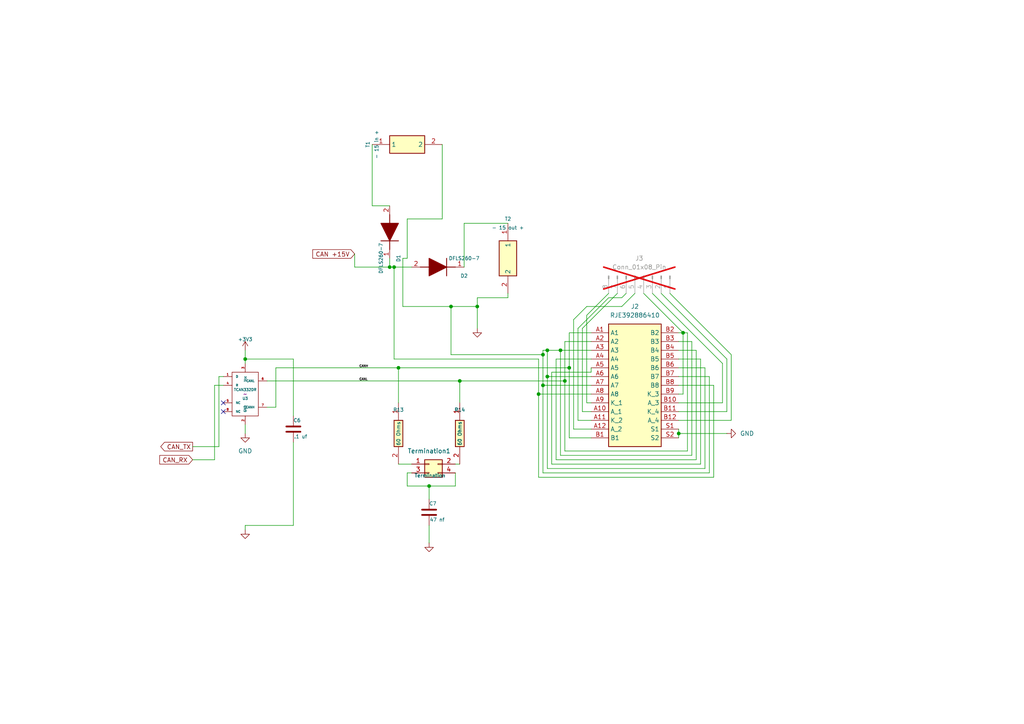
<source format=kicad_sch>
(kicad_sch (version 20231120) (generator "eeschema") (generator_version "8.0")
  (paper "A4")
  (lib_symbols
    (symbol "Connector:Conn_01x08_Pin" (pin_names (offset 1.016) hide)
      (property "Reference" "J" (at 0 10.16 0))
      (property "Value" "Conn_01x08_Pin" (at 0 -12.7 0))
      (symbol "Conn_01x08_Pin_1_1"
        (polyline (pts (xy 1.27 -10.16) (xy 0.8636 -10.16)) (stroke (width 0.1524)))
        (polyline (pts (xy 1.27 -7.62) (xy 0.8636 -7.62)) (stroke (width 0.1524)))
        (polyline (pts (xy 1.27 -5.08) (xy 0.8636 -5.08)) (stroke (width 0.1524)))
        (polyline (pts (xy 1.27 -2.54) (xy 0.8636 -2.54)) (stroke (width 0.1524)))
        (polyline (pts (xy 1.27 0) (xy 0.8636 0)) (stroke (width 0.1524)))
        (polyline (pts (xy 1.27 2.54) (xy 0.8636 2.54)) (stroke (width 0.1524)))
        (polyline (pts (xy 1.27 5.08) (xy 0.8636 5.08)) (stroke (width 0.1524)))
        (polyline (pts (xy 1.27 7.62) (xy 0.8636 7.62)) (stroke (width 0.1524)))
        (rectangle (start 0.8636 -10.033) (end 0 -10.287) (stroke (width 0.1524)) (fill (type outline)))
        (rectangle (start 0.8636 -7.493) (end 0 -7.747) (stroke (width 0.1524)) (fill (type outline)))
        (rectangle (start 0.8636 -4.953) (end 0 -5.207) (stroke (width 0.1524)) (fill (type outline)))
        (rectangle (start 0.8636 -2.413) (end 0 -2.667) (stroke (width 0.1524)) (fill (type outline)))
        (rectangle (start 0.8636 0.127) (end 0 -0.127) (stroke (width 0.1524)) (fill (type outline)))
        (rectangle (start 0.8636 2.667) (end 0 2.413) (stroke (width 0.1524)) (fill (type outline)))
        (rectangle (start 0.8636 5.207) (end 0 4.953) (stroke (width 0.1524)) (fill (type outline)))
        (rectangle (start 0.8636 7.747) (end 0 7.493) (stroke (width 0.1524)) (fill (type outline)))
        (pin passive line (at 5.08 7.62 180) (length 3.81) (name "Pin_1") (number "1"))
        (pin passive line (at 5.08 5.08 180) (length 3.81) (name "Pin_2") (number "2"))
        (pin passive line (at 5.08 2.54 180) (length 3.81) (name "Pin_3") (number "3"))
        (pin passive line (at 5.08 0 180) (length 3.81) (name "Pin_4") (number "4"))
        (pin passive line (at 5.08 -2.54 180) (length 3.81) (name "Pin_5") (number "5"))
        (pin passive line (at 5.08 -5.08 180) (length 3.81) (name "Pin_6") (number "6"))
        (pin passive line (at 5.08 -7.62 180) (length 3.81) (name "Pin_7") (number "7"))
        (pin passive line (at 5.08 -10.16 180) (length 3.81) (name "Pin_8") (number "8"))
      )
    )
    (symbol "Connector_Generic:Conn_02x02_Odd_Even" (pin_names (offset 1.016) hide)
      (property "Reference" "J" (at 1.27 2.54 0))
      (property "Value" "Conn_02x02_Odd_Even" (at 1.27 -5.08 0))
      (symbol "Conn_02x02_Odd_Even_1_1"
        (rectangle (start -1.27 -2.413) (end 0 -2.667) (stroke (width 0.1524)))
        (rectangle (start -1.27 0.127) (end 0 -0.127) (stroke (width 0.1524)))
        (rectangle (start -1.27 1.27) (end 3.81 -3.81) (stroke (width 0.254)) (fill (type background)))
        (rectangle (start 3.81 -2.413) (end 2.54 -2.667) (stroke (width 0.1524)))
        (rectangle (start 3.81 0.127) (end 2.54 -0.127) (stroke (width 0.1524)))
        (pin passive line (at -5.08 0 0) (length 3.81) (name "Pin_1") (number "1"))
        (pin passive line (at 7.62 0 180) (length 3.81) (name "Pin_2") (number "2"))
        (pin passive line (at -5.08 -2.54 0) (length 3.81) (name "Pin_3") (number "3"))
        (pin passive line (at 7.62 -2.54 180) (length 3.81) (name "Pin_4") (number "4"))
      )
    )
    (symbol "PCM_Capacitor_AKL:C_0603" (pin_numbers hide) (pin_names (offset 0.254))
      (property "Reference" "C" (at 0.635 2.54 0))
      (property "Value" "C_0603" (at 0.635 -2.54 0))
      (symbol "C_0603_0_1"
        (polyline (pts (xy -2.032 -0.762) (xy 2.032 -0.762)) (stroke (width 0.508)))
        (polyline (pts (xy -2.032 0.762) (xy 2.032 0.762)) (stroke (width 0.508)))
      )
      (symbol "C_0603_1_1"
        (pin passive line (at 0 3.81 270) (length 2.794) (name "~") (number "1"))
        (pin passive line (at 0 -3.81 90) (length 2.794) (name "~") (number "2"))
      )
    )
    (symbol "SamacSys_Parts:1702610"
      (property "Reference" "J" (at 16.51 7.62 0))
      (property "Value" "1702610" (at 16.51 5.08 0))
      (symbol "1702610_1_1"
        (rectangle (start 5.08 2.54) (end 15.24 -2.54) (stroke (width 0.254)) (fill (type background)))
        (pin passive line (at 0 0 0) (length 5.08) (name "1") (number "1"))
        (pin passive line (at 20.32 0 180) (length 5.08) (name "2") (number "2"))
      )
    )
    (symbol "SamacSys_Parts:DFLS260-7" (pin_names hide)
      (property "Reference" "D" (at 11.43 5.08 0))
      (property "Value" "DFLS260-7" (at 11.43 2.54 0))
      (symbol "DFLS260-7_1_1"
        (polyline (pts (xy 2.54 0) (xy 5.08 0)) (stroke (width 0.254)))
        (polyline (pts (xy 5.08 2.54) (xy 5.08 -2.54)) (stroke (width 0.254)))
        (polyline (pts (xy 10.16 0) (xy 12.7 0)) (stroke (width 0.254)))
        (polyline (pts (xy 5.08 0) (xy 10.16 2.54) (xy 10.16 -2.54) (xy 5.08 0)) (stroke (width 0.254)) (fill (type outline)))
        (pin passive line (at 0 0 0) (length 2.54) (name "K") (number "1"))
        (pin passive line (at 15.24 0 180) (length 2.54) (name "A") (number "2"))
      )
    )
    (symbol "SamacSys_Parts:RC1206FR-0760R4L" (pin_names hide)
      (property "Reference" "R" (at 13.97 6.35 0))
      (property "Value" "RC1206FR-0760R4L" (at 13.97 3.81 0))
      (symbol "RC1206FR-0760R4L_1_1"
        (rectangle (start 5.08 1.27) (end 12.7 -1.27) (stroke (width 0.254)) (fill (type background)))
        (pin passive line (at 0 0 0) (length 5.08) (name "1") (number "1"))
        (pin passive line (at 17.78 0 180) (length 5.08) (name "2") (number "2"))
      )
    )
    (symbol "SamacSys_Parts:RJE392886410"
      (property "Reference" "J" (at 21.59 7.62 0))
      (property "Value" "RJE392886410" (at 21.59 5.08 0))
      (symbol "RJE392886410_1_1"
        (rectangle (start 5.08 2.54) (end 20.32 -33.02) (stroke (width 0.254)) (fill (type background)))
        (pin passive line (at 0 0 0) (length 5.08) (name "A1") (number "A1"))
        (pin passive line (at 0 -22.86 0) (length 5.08) (name "A_1") (number "A10"))
        (pin passive line (at 0 -25.4 0) (length 5.08) (name "K_2") (number "A11"))
        (pin passive line (at 0 -27.94 0) (length 5.08) (name "A_2") (number "A12"))
        (pin passive line (at 0 -2.54 0) (length 5.08) (name "A2") (number "A2"))
        (pin passive line (at 0 -5.08 0) (length 5.08) (name "A3") (number "A3"))
        (pin passive line (at 0 -7.62 0) (length 5.08) (name "A4") (number "A4"))
        (pin passive line (at 0 -10.16 0) (length 5.08) (name "A5") (number "A5"))
        (pin passive line (at 0 -12.7 0) (length 5.08) (name "A6") (number "A6"))
        (pin passive line (at 0 -15.24 0) (length 5.08) (name "A7") (number "A7"))
        (pin passive line (at 0 -17.78 0) (length 5.08) (name "A8") (number "A8"))
        (pin passive line (at 0 -20.32 0) (length 5.08) (name "K_1") (number "A9"))
        (pin passive line (at 0 -30.48 0) (length 5.08) (name "B1") (number "B1"))
        (pin passive line (at 25.4 -20.32 180) (length 5.08) (name "A_3") (number "B10"))
        (pin passive line (at 25.4 -22.86 180) (length 5.08) (name "K_4") (number "B11"))
        (pin passive line (at 25.4 -25.4 180) (length 5.08) (name "A_4") (number "B12"))
        (pin passive line (at 25.4 0 180) (length 5.08) (name "B2") (number "B2"))
        (pin passive line (at 25.4 -2.54 180) (length 5.08) (name "B3") (number "B3"))
        (pin passive line (at 25.4 -5.08 180) (length 5.08) (name "B4") (number "B4"))
        (pin passive line (at 25.4 -7.62 180) (length 5.08) (name "B5") (number "B5"))
        (pin passive line (at 25.4 -10.16 180) (length 5.08) (name "B6") (number "B6"))
        (pin passive line (at 25.4 -12.7 180) (length 5.08) (name "B7") (number "B7"))
        (pin passive line (at 25.4 -15.24 180) (length 5.08) (name "B8") (number "B8"))
        (pin passive line (at 25.4 -17.78 180) (length 5.08) (name "K_3") (number "B9"))
        (pin passive line (at 25.4 -27.94 180) (length 5.08) (name "S1") (number "S1"))
        (pin passive line (at 25.4 -30.48 180) (length 5.08) (name "S2") (number "S2"))
      )
    )
    (symbol "power:+3V3" (power) (pin_numbers hide) (pin_names (offset 0) hide)
      (property "Value" "+3V3" (at 0 3.556 0))
      (symbol "+3V3_0_1"
        (polyline (pts (xy -0.762 1.27) (xy 0 2.54)))
        (polyline (pts (xy 0 0) (xy 0 2.54)))
        (polyline (pts (xy 0 2.54) (xy 0.762 1.27)))
      )
      (symbol "+3V3_1_1"
        (pin power_in line (at 0 0 90) (length 0) (name "~") (number "1"))
      )
    )
    (symbol "power:GND" (power) (pin_numbers hide) (pin_names (offset 0) hide)
      (property "Value" "GND" (at 0 -3.81 0))
      (symbol "GND_0_1"
        (polyline (pts (xy 0 0) (xy 0 -1.27) (xy 1.27 -1.27) (xy 0 -2.54) (xy -1.27 -1.27) (xy 0 -1.27)))
      )
      (symbol "GND_1_1"
        (pin power_in line (at 0 0 270) (length 0) (name "~") (number "1"))
      )
    )
    (symbol "sn65hvd233-ht:TCAN332DR" (pin_names (offset 1.016))
      (property "Reference" "U" (at 0 -1.27 0))
      (property "Value" "TCAN332DR" (at 0 1.27 0))
      (symbol "TCAN332DR_0_1"
        (rectangle (start -3.81 6.35) (end 3.81 -6.35))
      )
      (symbol "TCAN332DR_1_1"
        (pin input line (at -6.35 5.08 0) (length 2.54) (name "D") (number "1"))
        (pin power_in line (at 0 -8.89 90) (length 2.54) (name "GND") (number "2"))
        (pin power_in line (at 0 8.89 270) (length 2.54) (name "Vcc") (number "3"))
        (pin output line (at -6.35 2.54 0) (length 2.54) (name "R") (number "4"))
        (pin input line (at -6.35 -2.54 0) (length 2.54) (name "NC") (number "5"))
        (pin bidirectional line (at 6.35 3.81 180) (length 2.54) (name "CANL") (number "6"))
        (pin bidirectional line (at 6.35 -3.81 180) (length 2.54) (name "CANH") (number "7"))
        (pin input line (at -6.35 -5.08 0) (length 2.54) (name "NC") (number "8"))
      )
    )
  )
  (junction (at 71.12 104.14))
  (junction (at 113.03 77.47))
  (junction (at 162.56 101.6))
  (junction (at 115.57 106.68))
  (junction (at 196.85 125.73))
  (junction (at 157.48 111.76))
  (junction (at 163.83 110.49))
  (junction (at 198.12 96.52))
  (junction (at 158.75 101.6))
  (junction (at 138.43 88.9))
  (junction (at 157.48 102.87))
  (junction (at 165.1 106.68))
  (junction (at 133.35 110.49))
  (junction (at 124.46 140.97))
  (junction (at 114.3 77.47))
  (junction (at 130.81 88.9))
  (junction (at 158.75 109.22))
  (junction (at 156.21 114.3))
  (no_connect (at 64.77 116.84))
  (no_connect (at 64.77 119.38))
  (wire (pts (xy 118.11 63.5) (xy 128.27 63.5)))
  (wire (pts (xy 196.85 96.52) (xy 198.12 96.52)))
  (wire (pts (xy 134.62 64.77) (xy 134.62 77.47)))
  (wire (pts (xy 166.37 92.71) (xy 170.18 88.9)))
  (wire (pts (xy 162.56 132.08) (xy 200.66 132.08)))
  (wire (pts (xy 128.27 41.91) (xy 128.27 63.5)))
  (wire (pts (xy 180.34 86.36) (xy 181.61 85.09)))
  (wire (pts (xy 167.64 121.92) (xy 167.64 95.25)))
  (wire (pts (xy 180.34 88.9) (xy 184.15 85.09)))
  (wire (pts (xy 64.77 111.76) (xy 62.23 111.76)))
  (wire (pts (xy 201.93 101.6) (xy 201.93 133.35)))
  (wire (pts (xy 71.12 123.19) (xy 71.12 125.73)))
  (wire (pts (xy 209.55 116.84) (xy 209.55 105.41)))
  (wire (pts (xy 124.46 152.4) (xy 124.46 157.48)))
  (wire (pts (xy 114.3 77.47) (xy 119.38 77.47)))
  (wire (pts (xy 171.45 107.95) (xy 160.02 107.95)))
  (wire (pts (xy 118.11 74.93) (xy 116.84 74.93)))
  (wire (pts (xy 200.66 99.06) (xy 200.66 132.08)))
  (wire (pts (xy 116.84 74.93) (xy 116.84 88.9)))
  (wire (pts (xy 170.18 91.44) (xy 176.53 85.09)))
  (wire (pts (xy 196.85 106.68) (xy 204.47 106.68)))
  (wire (pts (xy 165.1 106.68) (xy 165.1 127)))
  (wire (pts (xy 116.84 88.9) (xy 130.81 88.9)))
  (wire (pts (xy 196.85 116.84) (xy 209.55 116.84)))
  (wire (pts (xy 113.03 77.47) (xy 114.3 77.47)))
  (wire (pts (xy 157.48 111.76) (xy 171.45 111.76)))
  (wire (pts (xy 63.5 109.22) (xy 63.5 129.54)))
  (wire (pts (xy 132.08 140.97) (xy 124.46 140.97)))
  (wire (pts (xy 133.35 134.62) (xy 132.08 134.62)))
  (wire (pts (xy 196.85 111.76) (xy 207.01 111.76)))
  (wire (pts (xy 71.12 104.14) (xy 85.09 104.14)))
  (wire (pts (xy 161.29 104.14) (xy 171.45 104.14)))
  (wire (pts (xy 138.43 86.36) (xy 138.43 88.9)))
  (wire (pts (xy 114.3 77.47) (xy 114.3 104.14)))
  (wire (pts (xy 196.85 119.38) (xy 210.82 119.38)))
  (wire (pts (xy 85.09 152.4) (xy 71.12 152.4)))
  (wire (pts (xy 115.57 106.68) (xy 115.57 116.84)))
  (wire (pts (xy 107.95 41.91) (xy 107.95 59.69)))
  (wire (pts (xy 157.48 111.76) (xy 157.48 137.16)))
  (wire (pts (xy 198.12 96.52) (xy 186.69 85.09)))
  (wire (pts (xy 62.23 111.76) (xy 62.23 133.35)))
  (wire (pts (xy 158.75 101.6) (xy 158.75 109.22)))
  (wire (pts (xy 162.56 101.6) (xy 162.56 132.08)))
  (wire (pts (xy 205.74 109.22) (xy 205.74 137.16)))
  (wire (pts (xy 207.01 111.76) (xy 207.01 138.43)))
  (wire (pts (xy 161.29 133.35) (xy 161.29 104.14)))
  (wire (pts (xy 168.91 95.25) (xy 179.07 85.09)))
  (wire (pts (xy 132.08 137.16) (xy 132.08 140.97)))
  (wire (pts (xy 160.02 107.95) (xy 160.02 134.62)))
  (wire (pts (xy 156.21 114.3) (xy 156.21 138.43)))
  (wire (pts (xy 196.85 124.46) (xy 196.85 125.73)))
  (wire (pts (xy 162.56 101.6) (xy 171.45 101.6)))
  (wire (pts (xy 170.18 116.84) (xy 171.45 116.84)))
  (wire (pts (xy 196.85 99.06) (xy 200.66 99.06)))
  (wire (pts (xy 198.12 96.52) (xy 199.39 96.52)))
  (wire (pts (xy 204.47 106.68) (xy 204.47 135.89)))
  (wire (pts (xy 166.37 124.46) (xy 171.45 124.46)))
  (wire (pts (xy 55.88 133.35) (xy 62.23 133.35)))
  (wire (pts (xy 80.01 106.68) (xy 115.57 106.68)))
  (wire (pts (xy 124.46 140.97) (xy 124.46 144.78)))
  (wire (pts (xy 157.48 101.6) (xy 158.75 101.6)))
  (wire (pts (xy 166.37 124.46) (xy 166.37 92.71)))
  (wire (pts (xy 80.01 118.11) (xy 80.01 106.68)))
  (wire (pts (xy 196.85 121.92) (xy 212.09 121.92)))
  (wire (pts (xy 85.09 104.14) (xy 85.09 120.65)))
  (wire (pts (xy 199.39 96.52) (xy 199.39 130.81)))
  (wire (pts (xy 118.11 63.5) (xy 118.11 74.93)))
  (wire (pts (xy 115.57 106.68) (xy 165.1 106.68)))
  (wire (pts (xy 210.82 119.38) (xy 210.82 104.14)))
  (wire (pts (xy 171.45 106.68) (xy 171.45 107.95)))
  (wire (pts (xy 209.55 105.41) (xy 189.23 85.09)))
  (wire (pts (xy 156.21 114.3) (xy 171.45 114.3)))
  (wire (pts (xy 160.02 134.62) (xy 203.2 134.62)))
  (wire (pts (xy 203.2 104.14) (xy 203.2 134.62)))
  (wire (pts (xy 165.1 96.52) (xy 165.1 106.68)))
  (wire (pts (xy 157.48 137.16) (xy 205.74 137.16)))
  (wire (pts (xy 77.47 110.49) (xy 133.35 110.49)))
  (wire (pts (xy 196.85 125.73) (xy 196.85 127)))
  (wire (pts (xy 118.11 137.16) (xy 119.38 137.16)))
  (wire (pts (xy 212.09 121.92) (xy 212.09 102.87)))
  (wire (pts (xy 171.45 109.22) (xy 158.75 109.22)))
  (wire (pts (xy 196.85 101.6) (xy 201.93 101.6)))
  (wire (pts (xy 133.35 110.49) (xy 133.35 116.84)))
  (wire (pts (xy 163.83 130.81) (xy 199.39 130.81)))
  (wire (pts (xy 114.3 104.14) (xy 156.21 104.14)))
  (wire (pts (xy 196.85 109.22) (xy 205.74 109.22)))
  (wire (pts (xy 85.09 128.27) (xy 85.09 152.4)))
  (wire (pts (xy 115.57 134.62) (xy 119.38 134.62)))
  (wire (pts (xy 71.12 152.4) (xy 71.12 153.67)))
  (wire (pts (xy 165.1 127) (xy 171.45 127)))
  (wire (pts (xy 196.85 104.14) (xy 203.2 104.14)))
  (wire (pts (xy 163.83 99.06) (xy 163.83 110.49)))
  (wire (pts (xy 133.35 110.49) (xy 163.83 110.49)))
  (wire (pts (xy 196.85 114.3) (xy 198.12 114.3)))
  (wire (pts (xy 138.43 88.9) (xy 138.43 95.25)))
  (wire (pts (xy 130.81 88.9) (xy 130.81 102.87)))
  (wire (pts (xy 156.21 138.43) (xy 207.01 138.43)))
  (wire (pts (xy 147.32 86.36) (xy 138.43 86.36)))
  (wire (pts (xy 157.48 102.87) (xy 157.48 111.76)))
  (wire (pts (xy 156.21 104.14) (xy 156.21 114.3)))
  (wire (pts (xy 167.64 121.92) (xy 171.45 121.92)))
  (wire (pts (xy 64.77 109.22) (xy 63.5 109.22)))
  (wire (pts (xy 167.64 95.25) (xy 176.53 86.36)))
  (wire (pts (xy 170.18 91.44) (xy 170.18 116.84)))
  (wire (pts (xy 165.1 96.52) (xy 171.45 96.52)))
  (wire (pts (xy 157.48 101.6) (xy 157.48 102.87)))
  (wire (pts (xy 55.88 129.54) (xy 63.5 129.54)))
  (wire (pts (xy 130.81 88.9) (xy 138.43 88.9)))
  (wire (pts (xy 130.81 102.87) (xy 157.48 102.87)))
  (wire (pts (xy 158.75 135.89) (xy 204.47 135.89)))
  (wire (pts (xy 102.87 73.66) (xy 102.87 77.47)))
  (wire (pts (xy 102.87 77.47) (xy 113.03 77.47)))
  (wire (pts (xy 158.75 101.6) (xy 162.56 101.6)))
  (wire (pts (xy 198.12 114.3) (xy 198.12 96.52)))
  (wire (pts (xy 134.62 64.77) (xy 147.32 64.77)))
  (wire (pts (xy 158.75 109.22) (xy 158.75 135.89)))
  (wire (pts (xy 71.12 101.6) (xy 71.12 104.14)))
  (wire (pts (xy 176.53 86.36) (xy 180.34 86.36)))
  (wire (pts (xy 118.11 140.97) (xy 118.11 137.16)))
  (wire (pts (xy 124.46 140.97) (xy 118.11 140.97)))
  (wire (pts (xy 212.09 102.87) (xy 194.31 85.09)))
  (wire (pts (xy 163.83 110.49) (xy 163.83 130.81)))
  (wire (pts (xy 196.85 125.73) (xy 210.82 125.73)))
  (wire (pts (xy 170.18 88.9) (xy 180.34 88.9)))
  (wire (pts (xy 147.32 85.09) (xy 147.32 86.36)))
  (wire (pts (xy 210.82 104.14) (xy 191.77 85.09)))
  (wire (pts (xy 77.47 118.11) (xy 80.01 118.11)))
  (wire (pts (xy 168.91 119.38) (xy 171.45 119.38)))
  (wire (pts (xy 113.03 77.47) (xy 113.03 74.93)))
  (wire (pts (xy 171.45 99.06) (xy 163.83 99.06)))
  (wire (pts (xy 168.91 119.38) (xy 168.91 95.25)))
  (wire (pts (xy 71.12 104.14) (xy 71.12 105.41)))
  (wire (pts (xy 107.95 59.69) (xy 113.03 59.69)))
  (wire (pts (xy 161.29 133.35) (xy 201.93 133.35)))
  (label "CANH" (at 104.14 106.68 0) (effects (font (size 0.635 0.635))))
  (label "CANL" (at 104.14 110.49 0) (effects (font (size 0.635 0.635))))
  (global_label "CAN_RX" (shape input) (at 55.88 133.35 180) (property "Intersheetrefs" "${INTERSHEET_REFS}" (effects (hide yes))))
  (global_label "CAN_TX" (shape output) (at 55.88 129.54 180) (property "Intersheetrefs" "${INTERSHEET_REFS}" (effects (hide yes))))
  (global_label "CAN +15V" (shape input) (at 102.87 73.66 180) (property "Intersheetrefs" "${INTERSHEET_REFS}" (effects (hide yes))))
  (symbol (lib_id "power:GND") (at 210.82 125.73 90) (unit 1)
    (property "Reference" "#PWR015" (effects (hide yes)))
    (property "Value" "GND" (at 214.63 125.7299 90) (effects (justify right)))
    (property "Description" "Power symbol creates a global label with name \"GND\" , ground" (effects (hide yes)))
  )
  (symbol (lib_id "power:+3V3") (at 71.12 101.6 0) (unit 1)
    (property "Reference" "#PWR010" (effects (hide yes)))
    (property "Value" "+3V3" (at 71.12 98.425 0) (effects (font (size 1.016 1.016))))
    (property "Description" "Power symbol creates a global label with name \"+3V3\"" (effects (hide yes)))
  )
  (symbol (lib_id "SamacSys_Parts:DFLS260-7") (at 113.03 74.93 270) (mirror x) (unit 1)
    (property "Reference" "D1" (at 115.57 74.93 0) (effects (font (size 1.016 1.016))))
    (property "Value" "DFLS260-7" (at 110.49 74.93 0) (effects (font (size 1.016 1.016))))
    (property "Footprint" "SamacSys_Parts:POWERDI123" (effects (hide yes)))
    (property "Datasheet" "https://www.diodes.com//assets/Datasheets/DFLS260.pdf" (effects (hide yes)))
    (property "Description" "2A 60V Schottky Rectifier PowerDI123 Diodes Inc DFLS260-7, SMT Schottky Diode, 60V 2A, 2-Pin PowerDI 123" (effects (hide yes)))
    (property "Manufacturer_Name" "Diodes Incorporated" (effects (hide yes)))
    (property "Manufacturer_Part_Number" "DFLS260-7" (effects (hide yes)))
    (property "Mouser Part Number" "621-DFLS240-7" (effects (hide yes)))
    (property "Mouser Price/Stock" "https://www.mouser.co.uk/ProductDetail/Diodes-Incorporated/DFLS240-7?qs=mQbszxtPdlOdicBjJF8M2A%3D%3D" (effects (hide yes)))
    (property "Arrow Part Number" "DFLS260-7" (effects (hide yes)))
    (property "Arrow Price/Stock" "https://www.arrow.com/en/products/dfls260-7/diodes-incorporated?region=nac" (effects (hide yes)))
  )
  (symbol (lib_id "SamacSys_Parts:DFLS260-7") (at 134.62 77.47 180) (unit 1)
    (property "Reference" "D2" (at 134.62 80.01 0) (effects (font (size 1.016 1.016))))
    (property "Value" "DFLS260-7" (at 134.62 74.93 0) (effects (font (size 1.016 1.016))))
    (property "Footprint" "SamacSys_Parts:POWERDI123" (effects (hide yes)))
    (property "Datasheet" "https://www.diodes.com//assets/Datasheets/DFLS260.pdf" (effects (hide yes)))
    (property "Description" "2A 60V Schottky Rectifier PowerDI123 Diodes Inc DFLS260-7, SMT Schottky Diode, 60V 2A, 2-Pin PowerDI 123" (effects (hide yes)))
    (property "Manufacturer_Name" "Diodes Incorporated" (effects (hide yes)))
    (property "Manufacturer_Part_Number" "DFLS260-7" (effects (hide yes)))
    (property "Mouser Part Number" "621-DFLS240-7" (effects (hide yes)))
    (property "Mouser Price/Stock" "https://www.mouser.co.uk/ProductDetail/Diodes-Incorporated/DFLS240-7?qs=mQbszxtPdlOdicBjJF8M2A%3D%3D" (effects (hide yes)))
    (property "Arrow Part Number" "DFLS260-7" (effects (hide yes)))
    (property "Arrow Price/Stock" "https://www.arrow.com/en/products/dfls260-7/diodes-incorporated?region=nac" (effects (hide yes)))
  )
  (symbol (lib_id "power:GND") (at 124.46 157.48 0) (unit 1)
    (property "Reference" "#PWR013" (effects (hide yes)))
    (property "Value" "GND" (effects (hide yes)))
    (property "Description" "Power symbol creates a global label with name \"GND\" , ground" (effects (hide yes)))
  )
  (symbol (lib_id "PCM_Capacitor_AKL:C_0603") (at 124.46 148.59 0) (unit 1)
    (property "Reference" "C7" (at 124.46 146.05 0) (effects (font (size 1.016 1.016)) (justify left)))
    (property "Value" "47 nf" (at 124.6124 150.749 0) (effects (font (size 1.016 1.016)) (justify left)))
    (property "Footprint" "Capacitor_SMD:C_0603_1608Metric" (effects (hide yes)))
    (property "Description" "SMD 0603 MLCC capacitor, Alternate KiCad Library" (effects (hide yes)))
  )
  (symbol (lib_id "Connector:Conn_01x08_Pin") (at 186.69 80.01 270) (unit 1) (dnp yes)
    (property "Reference" "J3" (at 185.42 74.93 90))
    (property "Value" "Conn_01x08_Pin" (at 185.42 77.47 90))
    (property "Footprint" "Connector_PinHeader_2.54mm:PinHeader_1x08_P2.54mm_Vertical" (effects (hide yes)))
    (property "Description" "Generic connector, single row, 01x08, script generated" (effects (hide yes)))
  )
  (symbol (lib_id "SamacSys_Parts:RC1206FR-0760R4L") (at 133.35 116.84 270) (unit 1)
    (property "Reference" "R14" (at 133.35 118.872 90) (effects (font (size 1.016 1.016))))
    (property "Value" "60 Ohms" (at 133.35 125.73 0) (effects (font (size 1.016 1.016))))
    (property "Footprint" "Resistor_SMD:R_1206_3216Metric_Pad1.30x1.75mm_HandSolder" (effects (hide yes)))
    (property "Datasheet" "https://www.sos.sk/productdata/35/10/4/35104/RC1206.pdf" (effects (hide yes)))
    (property "Description" "60.4 1206 Thick Film Surface Mount Resistor +/-1% 0.25W RC1206FR-0760R4L" (effects (hide yes)))
    (property "Height" "0.65" (effects (hide yes)))
    (property "Manufacturer_Name" "KEMET" (effects (hide yes)))
    (property "Manufacturer_Part_Number" "RC1206FR-0760R4L" (effects (hide yes)))
  )
  (symbol (lib_id "power:GND") (at 71.12 125.73 0) (unit 1)
    (property "Reference" "#PWR011" (effects (hide yes)))
    (property "Value" "GND" (at 71.12 130.81 0))
    (property "Description" "Power symbol creates a global label with name \"GND\" , ground" (effects (hide yes)))
  )
  (symbol (lib_id "Connector_Generic:Conn_02x02_Odd_Even") (at 124.46 134.62 0) (unit 1)
    (property "Reference" "Termination1" (at 124.46 130.81 0))
    (property "Value" "Termination" (at 124.714 137.922 0) (effects (font (size 1.016 1.016))))
    (property "Footprint" "Connector_PinHeader_2.54mm:PinHeader_2x02_P2.54mm_Vertical_SMD" (effects (hide yes)))
    (property "Description" "Generic connector, double row, 02x02, odd/even pin numbering scheme (row 1 odd numbers, row 2 even numbers), script generated (kicad-library-utils/schlib/autogen/connector/)" (effects (hide yes)))
  )
  (symbol (lib_id "SamacSys_Parts:RC1206FR-0760R4L") (at 115.57 116.84 270) (unit 1)
    (property "Reference" "R13" (at 115.57 118.872 90) (effects (font (size 1.016 1.016))))
    (property "Value" "60 Ohms" (at 115.57 125.73 0) (effects (font (size 1.016 1.016))))
    (property "Footprint" "Resistor_SMD:R_1206_3216Metric_Pad1.30x1.75mm_HandSolder" (effects (hide yes)))
    (property "Datasheet" "https://www.sos.sk/productdata/35/10/4/35104/RC1206.pdf" (effects (hide yes)))
    (property "Description" "60.4 1206 Thick Film Surface Mount Resistor +/-1% 0.25W RC1206FR-0760R4L" (effects (hide yes)))
    (property "Height" "0.65" (effects (hide yes)))
    (property "Manufacturer_Name" "KEMET" (effects (hide yes)))
    (property "Manufacturer_Part_Number" "RC1206FR-0760R4L" (effects (hide yes)))
  )
  (symbol (lib_id "SamacSys_Parts:RJE392886410") (at 171.45 96.52 0) (unit 1)
    (property "Reference" "J2" (at 184.15 88.9 0))
    (property "Value" "RJE392886410" (at 184.15 91.44 0))
    (property "Footprint" "SamacSys_Parts:RJE392886410" (effects (hide yes)))
    (property "Datasheet" "https://cdn.amphenol-cs.com/media/wysiwyg/files/drawing/rje392886xx0.pdf" (effects (hide yes)))
    (property "Description" "Modular Jack - Right Angle, Input Output Connectors, 8P8C, With Shield, With LEDs." (effects (hide yes)))
    (property "Height" "13.2" (effects (hide yes)))
    (property "Manufacturer_Name" "Amphenol Communications Solutions" (effects (hide yes)))
    (property "Manufacturer_Part_Number" "RJE392886410" (effects (hide yes)))
    (property "Mouser Part Number" "523-RJE392886410" (effects (hide yes)))
    (property "Mouser Price/Stock" "https://www.mouser.co.uk/ProductDetail/Amphenol-Commercial-Products/RJE392886410?qs=vLWxofP3U2w6Bqqg8GuTBA%3D%3D" (effects (hide yes)))
    (property "Arrow Part Number" "RJE392886410" (effects (hide yes)))
    (property "Arrow Price/Stock" "https://www.arrow.com/en/products/rje392886410/amphenol-fci?region=nac" (effects (hide yes)))
  )
  (symbol (lib_id "power:GND") (at 71.12 153.67 0) (unit 1)
    (property "Reference" "#PWR012" (effects (hide yes)))
    (property "Value" "GND" (effects (hide yes)))
    (property "Description" "Power symbol creates a global label with name \"GND\" , ground" (effects (hide yes)))
  )
  (symbol (lib_id "SamacSys_Parts:1702610") (at 107.95 41.91 0) (unit 1)
    (property "Reference" "T1" (at 106.68 41.91 90) (effects (font (size 1.016 1.016))))
    (property "Value" "- 15 in +" (at 109.22 41.91 90) (effects (font (size 1.016 1.016))))
    (property "Footprint" "SamacSys_Parts:1702610" (effects (hide yes)))
    (property "Datasheet" "https://componentsearchengine.com/Datasheets/2/1702610.pdf" (effects (hide yes)))
    (property "Description" "PHOENIX CONTACT - 1702610 - TERMINAL BLOCK, WIRE TO BRD, 2POS, 22AWG, THR" (effects (hide yes)))
    (property "Height" "8" (effects (hide yes)))
    (property "Manufacturer_Name" "Phoenix Contact" (effects (hide yes)))
    (property "Manufacturer_Part_Number" "1702610" (effects (hide yes)))
    (property "Mouser Part Number" "651-1702610" (effects (hide yes)))
    (property "Mouser Price/Stock" "https://www.mouser.co.uk/ProductDetail/Phoenix-Contact/1702610?qs=rBzrYveeBvHVp79tOofBsA%3D%3D" (effects (hide yes)))
    (property "Arrow Part Number" "1702610" (effects (hide yes)))
    (property "Arrow Price/Stock" "https://www.arrow.com/en/products/1702610/phoenix-contact?region=nac" (effects (hide yes)))
  )
  (symbol (lib_id "power:GND") (at 138.43 95.25 0) (unit 1)
    (property "Reference" "#PWR014" (effects (hide yes)))
    (property "Value" "GND" (effects (hide yes)))
    (property "Description" "Power symbol creates a global label with name \"GND\" , ground" (effects (hide yes)))
  )
  (symbol (lib_id "SamacSys_Parts:1702610") (at 147.32 64.77 270) (unit 1)
    (property "Reference" "T2" (at 147.32 63.5 90) (effects (font (size 1.016 1.016))))
    (property "Value" "- 15 out +" (at 147.32 66.04 90) (effects (font (size 1.016 1.016))))
    (property "Footprint" "SamacSys_Parts:1702610" (effects (hide yes)))
    (property "Datasheet" "https://componentsearchengine.com/Datasheets/2/1702610.pdf" (effects (hide yes)))
    (property "Description" "PHOENIX CONTACT - 1702610 - TERMINAL BLOCK, WIRE TO BRD, 2POS, 22AWG, THR" (effects (hide yes)))
    (property "Height" "8" (effects (hide yes)))
    (property "Manufacturer_Name" "Phoenix Contact" (effects (hide yes)))
    (property "Manufacturer_Part_Number" "1702610" (effects (hide yes)))
    (property "Mouser Part Number" "651-1702610" (effects (hide yes)))
    (property "Mouser Price/Stock" "https://www.mouser.co.uk/ProductDetail/Phoenix-Contact/1702610?qs=rBzrYveeBvHVp79tOofBsA%3D%3D" (effects (hide yes)))
    (property "Arrow Part Number" "1702610" (effects (hide yes)))
    (property "Arrow Price/Stock" "https://www.arrow.com/en/products/1702610/phoenix-contact?region=nac" (effects (hide yes)))
  )
  (symbol (lib_id "PCM_Capacitor_AKL:C_0603") (at 85.09 124.46 0) (unit 1)
    (property "Reference" "C6" (at 85.09 121.92 0) (effects (font (size 1.016 1.016)) (justify left)))
    (property "Value" ".1 uf" (at 85.2424 126.619 0) (effects (font (size 1.016 1.016)) (justify left)))
    (property "Footprint" "Capacitor_SMD:C_0603_1608Metric_Pad1.08x0.95mm_HandSolder" (effects (hide yes)))
    (property "Description" "SMD 0603 MLCC capacitor, Alternate KiCad Library" (effects (hide yes)))
  )
  (symbol (lib_id "sn65hvd233-ht:TCAN332DR") (at 71.12 114.3 0) (unit 1)
    (property "Reference" "U3" (at 71.12 115.57 0) (effects (font (size 0.762 0.762))))
    (property "Value" "TCAN332DR" (at 71.12 113.03 0) (effects (font (size 0.762 0.762))))
    (property "Footprint" "SamacSys_Parts:SOIC127P600X175-8N" (effects (hide yes)))
    (property "Datasheet" "~" (at 71.12 114.3 0) (effects (font (size 1.524 1.524))))
    (property "Description" "595-TCAN332DR" (effects (hide yes)))
  )
)
</source>
